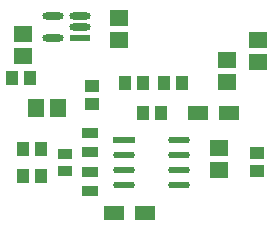
<source format=gtp>
G04*
G04 #@! TF.GenerationSoftware,Altium Limited,Altium Designer,24.3.1 (35)*
G04*
G04 Layer_Color=8421504*
%FSLAX44Y44*%
%MOMM*%
G71*
G04*
G04 #@! TF.SameCoordinates,A55C384A-10D3-4AF3-AD7F-F2B73029A162*
G04*
G04*
G04 #@! TF.FilePolarity,Positive*
G04*
G01*
G75*
%ADD13R,1.2621X1.0046*%
%ADD14R,1.5562X1.4546*%
%ADD15R,1.0046X1.2621*%
%ADD16R,1.4546X1.5562*%
G04:AMPARAMS|DCode=17|XSize=1.8741mm|YSize=0.5421mm|CornerRadius=0.2711mm|HoleSize=0mm|Usage=FLASHONLY|Rotation=0.000|XOffset=0mm|YOffset=0mm|HoleType=Round|Shape=RoundedRectangle|*
%AMROUNDEDRECTD17*
21,1,1.8741,0.0000,0,0,0.0*
21,1,1.3319,0.5421,0,0,0.0*
1,1,0.5421,0.6660,0.0000*
1,1,0.5421,-0.6660,0.0000*
1,1,0.5421,-0.6660,0.0000*
1,1,0.5421,0.6660,0.0000*
%
%ADD17ROUNDEDRECTD17*%
%ADD18R,1.8741X0.5421*%
%ADD19R,1.8000X1.2500*%
G04:AMPARAMS|DCode=20|XSize=1.8052mm|YSize=0.6121mm|CornerRadius=0.3061mm|HoleSize=0mm|Usage=FLASHONLY|Rotation=180.000|XOffset=0mm|YOffset=0mm|HoleType=Round|Shape=RoundedRectangle|*
%AMROUNDEDRECTD20*
21,1,1.8052,0.0000,0,0,180.0*
21,1,1.1931,0.6121,0,0,180.0*
1,1,0.6121,-0.5966,0.0000*
1,1,0.6121,0.5966,0.0000*
1,1,0.6121,0.5966,0.0000*
1,1,0.6121,-0.5966,0.0000*
%
%ADD20ROUNDEDRECTD20*%
%ADD21R,1.8052X0.6121*%
%ADD22R,1.2621X0.9578*%
%ADD23R,1.3500X0.9500*%
D13*
X557530Y328930D02*
D03*
Y313914D02*
D03*
X417830Y385968D02*
D03*
Y370952D02*
D03*
D14*
X359410Y429628D02*
D03*
Y411112D02*
D03*
X532130Y389522D02*
D03*
Y408038D02*
D03*
X558800Y424548D02*
D03*
Y406032D02*
D03*
X440690Y425082D02*
D03*
Y443598D02*
D03*
X525780Y314592D02*
D03*
Y333108D02*
D03*
D15*
X365648Y392430D02*
D03*
X350632D02*
D03*
X478902Y388620D02*
D03*
X493918D02*
D03*
X461122Y363220D02*
D03*
X476138D02*
D03*
X445994Y388620D02*
D03*
X461010D02*
D03*
X359522Y332740D02*
D03*
X374538D02*
D03*
X359522Y309880D02*
D03*
X374538D02*
D03*
D16*
X370472Y367030D02*
D03*
X388988D02*
D03*
D17*
X491791Y340360D02*
D03*
Y327660D02*
D03*
Y314960D02*
D03*
Y302260D02*
D03*
X445469D02*
D03*
Y314960D02*
D03*
Y327660D02*
D03*
D18*
Y340360D02*
D03*
D19*
X533700Y363220D02*
D03*
X507700D02*
D03*
X462580Y278130D02*
D03*
X436580D02*
D03*
D20*
X384735Y426110D02*
D03*
Y445110D02*
D03*
X407745D02*
D03*
Y435610D02*
D03*
D21*
Y426110D02*
D03*
D22*
X394970Y314038D02*
D03*
Y328582D02*
D03*
D23*
X416560Y296800D02*
D03*
Y312800D02*
D03*
Y345820D02*
D03*
Y329820D02*
D03*
M02*

</source>
